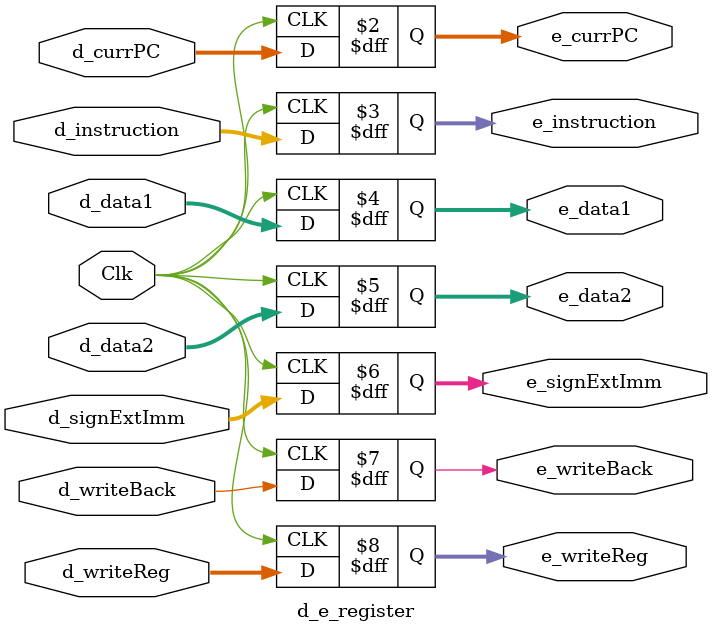
<source format=v>
`timescale 1ns / 1ps
module d_e_register(
    Clk,
    d_currPC,
    e_currPC,
    d_instruction,
    e_instruction,
    d_data1,
    e_data1,
    d_data2,
    e_data2,
    d_signExtImm,
    e_signExtImm,
    d_writeBack,
    e_writeBack,
    d_writeReg,
    e_writeReg
);

    input Clk;

    input [31:0] d_currPC;
    output reg [31:0] e_currPC;

    input [31:0] d_instruction;
    output reg [31:0] e_instruction;

    input [31:0] d_data1;
    output reg [31:0] e_data1;

    input [31:0] d_data2;
    output reg [31:0] e_data2;

    input [31:0] d_signExtImm;
    output reg [31:0] e_signExtImm;

    input d_writeBack;
    output reg e_writeBack;

    input [4:0] d_writeReg;
    output reg [4:0] e_writeReg;

    always@(posedge Clk)begin
        e_currPC <= d_currPC;
        e_instruction <= d_instruction;
        e_data1 <= d_data1;
        e_data2 <= d_data2;
        e_signExtImm <= d_signExtImm;
        e_writeBack <= d_writeBack;
        e_writeReg <= d_writeReg;
    end
    
endmodule
</source>
